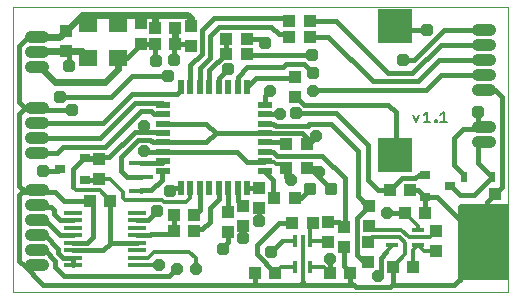
<source format=gtl>
G75*
%MOIN*%
%OFA0B0*%
%FSLAX25Y25*%
%IPPOS*%
%LPD*%
%AMOC8*
5,1,8,0,0,1.08239X$1,22.5*
%
%ADD10C,0.00394*%
%ADD11R,0.16000X0.25500*%
%ADD12C,0.00800*%
%ADD13R,0.04331X0.03937*%
%ADD14R,0.03937X0.04331*%
%ADD15R,0.06299X0.05512*%
%ADD16C,0.01181*%
%ADD17R,0.05000X0.02200*%
%ADD18R,0.02200X0.05000*%
%ADD19R,0.05906X0.01732*%
%ADD20R,0.11811X0.11811*%
%ADD21R,0.02480X0.03268*%
%ADD22R,0.03543X0.03150*%
%ADD23C,0.04000*%
%ADD24R,0.08268X0.01772*%
%ADD25R,0.01772X0.04331*%
%ADD26R,0.04331X0.01772*%
%ADD27C,0.02400*%
%ADD28C,0.01600*%
%ADD29OC8,0.03962*%
%ADD30R,0.04331X0.04331*%
%ADD31OC8,0.04331*%
%ADD32C,0.01200*%
%ADD33C,0.01575*%
D10*
X0006783Y0015144D02*
X0006783Y0110144D01*
X0171783Y0110144D01*
X0171783Y0015144D01*
X0006783Y0015144D01*
D11*
X0163783Y0031894D03*
D12*
X0151339Y0072044D02*
X0149246Y0072044D01*
X0150292Y0072044D02*
X0150292Y0075184D01*
X0149246Y0074137D01*
X0147956Y0072567D02*
X0147433Y0072567D01*
X0147433Y0072044D01*
X0147956Y0072044D01*
X0147956Y0072567D01*
X0145901Y0072044D02*
X0143808Y0072044D01*
X0144854Y0072044D02*
X0144854Y0075184D01*
X0143808Y0074137D01*
X0142276Y0074137D02*
X0141229Y0072044D01*
X0140183Y0074137D01*
D13*
X0104629Y0064644D03*
X0097936Y0064644D03*
X0097936Y0056644D03*
X0104629Y0056644D03*
X0088783Y0049991D03*
X0088783Y0043298D03*
X0083533Y0043991D03*
X0078283Y0041991D03*
X0083533Y0037298D03*
X0078283Y0035298D03*
X0111783Y0038491D03*
X0111783Y0031798D03*
X0125283Y0037298D03*
X0125283Y0043991D03*
X0137436Y0041644D03*
X0144129Y0041644D03*
X0147783Y0035491D03*
X0147783Y0028798D03*
X0119129Y0021644D03*
X0112436Y0021644D03*
X0039129Y0045644D03*
X0032436Y0045644D03*
X0035283Y0052798D03*
X0035283Y0059491D03*
X0077936Y0094644D03*
X0084629Y0094644D03*
X0100783Y0086991D03*
X0100783Y0080298D03*
D14*
X0098936Y0100144D03*
X0105629Y0100144D03*
X0105629Y0105644D03*
X0098936Y0105644D03*
X0084629Y0099644D03*
X0077936Y0099644D03*
X0066033Y0097298D03*
X0060879Y0097894D03*
X0054186Y0097894D03*
X0049283Y0098048D03*
X0054186Y0103144D03*
X0049283Y0104741D03*
X0060879Y0103144D03*
X0066033Y0103991D03*
X0024283Y0102241D03*
X0024283Y0095548D03*
X0093936Y0046644D03*
X0100629Y0046644D03*
X0099936Y0038144D03*
X0106629Y0038144D03*
X0117033Y0036991D03*
X0125033Y0031991D03*
X0117033Y0030298D03*
X0125033Y0025298D03*
X0133436Y0023644D03*
X0140129Y0023644D03*
X0139129Y0049144D03*
X0132436Y0049144D03*
X0094129Y0021644D03*
X0087436Y0021644D03*
X0067129Y0035394D03*
X0060436Y0035394D03*
X0060436Y0040894D03*
X0067129Y0040894D03*
D15*
X0041783Y0093382D03*
X0031783Y0093382D03*
X0031783Y0104406D03*
X0041783Y0104406D03*
D16*
X0043283Y0048644D02*
X0043283Y0046644D01*
X0044033Y0045894D01*
X0056283Y0045894D01*
X0057033Y0045144D01*
X0064533Y0045144D01*
X0065533Y0028644D02*
X0059283Y0028644D01*
X0065533Y0028644D02*
X0067783Y0026394D01*
X0067783Y0022894D01*
X0094129Y0021644D02*
X0096049Y0023563D01*
X0100724Y0023563D01*
X0105842Y0023563D02*
X0110517Y0023563D01*
X0112436Y0021644D01*
X0103283Y0018644D02*
X0103283Y0032225D01*
X0105842Y0032225D02*
X0105842Y0037357D01*
X0106629Y0038144D01*
X0105842Y0032225D02*
X0111356Y0032225D01*
X0111783Y0031798D01*
X0100724Y0032225D02*
X0096486Y0032225D01*
X0096425Y0032286D01*
X0125033Y0031991D02*
X0126436Y0033394D01*
X0133202Y0033394D01*
X0135783Y0033394D01*
X0137533Y0031644D01*
X0137533Y0027741D01*
X0133436Y0023644D01*
X0140129Y0023644D02*
X0140129Y0029101D01*
X0141863Y0030835D01*
X0143795Y0028904D01*
X0147676Y0028904D01*
X0145686Y0033394D02*
X0138783Y0033394D01*
X0136224Y0035953D01*
X0133202Y0035953D01*
X0126627Y0035953D01*
X0125283Y0037298D01*
X0133202Y0030835D02*
X0133202Y0030563D01*
X0131141Y0028502D01*
X0141863Y0035953D02*
X0141863Y0037217D01*
X0137436Y0041644D01*
X0145686Y0033394D02*
X0147783Y0035491D01*
X0111358Y0048266D02*
X0111358Y0051022D01*
X0114114Y0051022D01*
X0114114Y0048266D01*
X0111358Y0048266D01*
X0111358Y0049446D02*
X0114114Y0049446D01*
X0114114Y0050626D02*
X0111358Y0050626D01*
X0104452Y0051022D02*
X0104452Y0048266D01*
X0104452Y0051022D02*
X0107208Y0051022D01*
X0107208Y0048266D01*
X0104452Y0048266D01*
X0104452Y0049446D02*
X0107208Y0049446D01*
X0107208Y0050626D02*
X0104452Y0050626D01*
D17*
X0090683Y0055621D03*
X0090683Y0058770D03*
X0090683Y0061920D03*
X0090683Y0065069D03*
X0090683Y0068219D03*
X0090683Y0071369D03*
X0090683Y0074518D03*
X0090683Y0077668D03*
X0056883Y0077668D03*
X0056883Y0074518D03*
X0056883Y0071369D03*
X0056883Y0068219D03*
X0056883Y0065069D03*
X0056883Y0061920D03*
X0056883Y0058770D03*
X0056883Y0055621D03*
D18*
X0062759Y0049744D03*
X0065909Y0049744D03*
X0069058Y0049744D03*
X0072208Y0049744D03*
X0075358Y0049744D03*
X0078507Y0049744D03*
X0081657Y0049744D03*
X0084806Y0049744D03*
X0084806Y0083544D03*
X0081657Y0083544D03*
X0078507Y0083544D03*
X0075358Y0083544D03*
X0072208Y0083544D03*
X0069058Y0083544D03*
X0065909Y0083544D03*
X0062759Y0083544D03*
D19*
X0048123Y0041644D03*
X0048123Y0039144D03*
X0048123Y0036644D03*
X0048123Y0034144D03*
X0048123Y0031644D03*
X0048123Y0029144D03*
X0048123Y0026644D03*
X0048123Y0024144D03*
X0026942Y0024144D03*
X0026942Y0026644D03*
X0026942Y0029144D03*
X0026942Y0031644D03*
X0026942Y0034144D03*
X0026942Y0036644D03*
X0026942Y0039144D03*
X0026942Y0041644D03*
D20*
X0134033Y0060741D03*
X0134033Y0104048D03*
D21*
X0157255Y0053644D03*
X0166310Y0053644D03*
D22*
X0152363Y0050644D03*
X0144096Y0046904D03*
X0144096Y0054384D03*
X0030720Y0052404D03*
X0022452Y0056144D03*
X0030720Y0059884D03*
D23*
X0016783Y0061644D02*
X0012783Y0061644D01*
X0012783Y0066644D02*
X0016783Y0066644D01*
X0016783Y0071644D02*
X0012783Y0071644D01*
X0012783Y0076644D02*
X0016783Y0076644D01*
X0016783Y0090144D02*
X0012783Y0090144D01*
X0012783Y0095144D02*
X0016783Y0095144D01*
X0016783Y0100144D02*
X0012783Y0100144D01*
X0012783Y0049144D02*
X0016783Y0049144D01*
X0016783Y0044144D02*
X0012783Y0044144D01*
X0012783Y0039144D02*
X0016783Y0039144D01*
X0016783Y0034144D02*
X0012783Y0034144D01*
X0012783Y0029144D02*
X0016783Y0029144D01*
X0016783Y0024144D02*
X0012783Y0024144D01*
X0161783Y0065144D02*
X0165783Y0065144D01*
X0165783Y0070144D02*
X0161783Y0070144D01*
X0161783Y0082644D02*
X0165783Y0082644D01*
X0165783Y0087644D02*
X0161783Y0087644D01*
X0161783Y0092644D02*
X0165783Y0092644D01*
X0165783Y0097644D02*
X0161783Y0097644D01*
X0161783Y0102644D02*
X0165783Y0102644D01*
D24*
X0049283Y0058369D03*
X0049283Y0053644D03*
X0049283Y0048920D03*
D25*
X0100724Y0032225D03*
X0103283Y0032225D03*
X0105842Y0032225D03*
X0105842Y0023563D03*
X0100724Y0023563D03*
D26*
X0133202Y0030835D03*
X0133202Y0033394D03*
X0133202Y0035953D03*
X0141863Y0035953D03*
X0141863Y0030835D03*
D27*
X0041783Y0089644D02*
X0041783Y0093382D01*
X0041783Y0089644D02*
X0037283Y0085144D01*
X0020783Y0085144D01*
X0016783Y0089144D01*
X0016783Y0090144D01*
X0016783Y0095144D02*
X0017186Y0095548D01*
X0024283Y0095548D01*
X0029617Y0095548D01*
X0031783Y0093382D01*
X0024283Y0102241D02*
X0022186Y0100144D01*
X0016783Y0100144D01*
X0024283Y0102241D02*
X0029686Y0107644D01*
X0031783Y0107644D01*
X0031783Y0104406D01*
X0031783Y0107644D02*
X0041283Y0107644D01*
X0041783Y0107144D01*
X0041783Y0104406D01*
X0041283Y0107644D02*
X0049283Y0107644D01*
X0049283Y0104741D01*
X0049283Y0107644D02*
X0053783Y0107644D01*
X0054186Y0107241D01*
X0054186Y0103144D01*
X0053783Y0107644D02*
X0064783Y0107644D01*
X0066033Y0106394D01*
X0066033Y0103991D01*
X0060879Y0103144D02*
X0060879Y0097894D01*
D28*
X0060283Y0097298D01*
X0060283Y0092644D01*
X0054283Y0092144D02*
X0054186Y0092241D01*
X0054186Y0097894D01*
X0054033Y0098048D01*
X0049283Y0098048D01*
X0044617Y0093382D01*
X0041783Y0093382D01*
X0046283Y0087144D02*
X0039283Y0080144D01*
X0022283Y0080144D01*
X0017533Y0075894D02*
X0016783Y0076644D01*
X0010783Y0076644D01*
X0008783Y0078644D01*
X0008783Y0097144D01*
X0011783Y0100144D01*
X0016783Y0100144D01*
X0024283Y0095548D02*
X0025283Y0094048D01*
X0025283Y0090644D01*
X0046283Y0087144D02*
X0058283Y0087144D01*
X0062759Y0083544D02*
X0062759Y0082621D01*
X0061283Y0081144D01*
X0046283Y0081144D01*
X0036783Y0071644D01*
X0016783Y0071644D01*
X0017533Y0075894D02*
X0026283Y0075894D01*
X0010783Y0076644D02*
X0008783Y0074644D01*
X0008783Y0050644D01*
X0010283Y0049144D01*
X0016783Y0049144D01*
X0017283Y0048644D01*
X0020783Y0048644D01*
X0023783Y0045644D01*
X0032436Y0045644D01*
X0033283Y0044491D01*
X0033283Y0033644D01*
X0031283Y0031644D01*
X0026942Y0031644D01*
X0026942Y0029144D02*
X0036783Y0029144D01*
X0039283Y0031644D01*
X0039129Y0031798D01*
X0039129Y0045644D01*
X0049283Y0048920D02*
X0049507Y0049144D01*
X0052783Y0049144D01*
X0056283Y0052644D01*
X0056283Y0055021D01*
X0056883Y0055621D01*
X0056481Y0058369D02*
X0056883Y0058770D01*
X0056784Y0058869D01*
X0056481Y0058369D02*
X0049283Y0058369D01*
X0050507Y0061920D02*
X0050283Y0062144D01*
X0050507Y0061920D02*
X0056883Y0061920D01*
X0081507Y0061920D01*
X0084783Y0058644D01*
X0090557Y0058644D01*
X0090683Y0058770D01*
X0090683Y0055621D02*
X0090683Y0055244D01*
X0093283Y0052644D01*
X0093283Y0047298D01*
X0093936Y0046644D01*
X0088783Y0049991D02*
X0088536Y0049744D01*
X0084806Y0049744D01*
X0081657Y0049744D02*
X0081657Y0045617D01*
X0083533Y0043991D01*
X0078507Y0042215D02*
X0078283Y0041991D01*
X0078507Y0042215D02*
X0078507Y0049744D01*
X0075358Y0049744D02*
X0075358Y0046219D01*
X0072283Y0043144D01*
X0072283Y0038644D01*
X0069783Y0036144D01*
X0067629Y0036144D01*
X0067129Y0035394D01*
X0060436Y0035394D02*
X0060436Y0040894D01*
X0067129Y0040894D02*
X0069058Y0042573D01*
X0069058Y0049744D01*
X0065909Y0049744D02*
X0065783Y0049618D01*
X0062759Y0049744D02*
X0059883Y0049744D01*
X0059033Y0048894D01*
X0049283Y0053644D02*
X0044783Y0053644D01*
X0042783Y0055644D01*
X0042783Y0060144D01*
X0048283Y0065894D01*
X0052533Y0065894D01*
X0053358Y0065069D01*
X0056883Y0065069D01*
X0071208Y0065069D01*
X0074283Y0068144D01*
X0090608Y0068144D01*
X0090683Y0068219D01*
X0103208Y0068219D01*
X0104783Y0066644D01*
X0104783Y0064798D01*
X0104629Y0064644D01*
X0105283Y0064644D01*
X0107783Y0067144D01*
X0100283Y0070644D02*
X0094283Y0070644D01*
X0093558Y0071369D01*
X0090683Y0071369D01*
X0090683Y0074518D02*
X0095657Y0074518D01*
X0095783Y0074644D01*
X0101033Y0074894D02*
X0114283Y0074894D01*
X0125033Y0064144D01*
X0125033Y0052644D01*
X0128533Y0049144D01*
X0132436Y0049144D01*
X0136436Y0053144D01*
X0140783Y0053144D01*
X0142023Y0054384D01*
X0144096Y0054384D01*
X0141856Y0049144D02*
X0139129Y0049144D01*
X0141856Y0049144D02*
X0144096Y0046904D01*
X0144129Y0046871D01*
X0144129Y0041644D01*
X0137436Y0041644D02*
X0131283Y0041644D01*
X0125283Y0043991D02*
X0124936Y0043991D01*
X0121783Y0047144D01*
X0121783Y0062144D01*
X0112783Y0071144D01*
X0103783Y0077644D02*
X0131783Y0077644D01*
X0134283Y0075144D01*
X0134283Y0060991D01*
X0134033Y0060741D01*
X0117283Y0053144D02*
X0109783Y0060644D01*
X0094783Y0060644D01*
X0093507Y0061920D01*
X0090683Y0061920D01*
X0090683Y0065069D02*
X0095862Y0065069D01*
X0097936Y0064644D01*
X0097936Y0056644D02*
X0097936Y0053491D01*
X0099283Y0052644D01*
X0104629Y0056644D02*
X0107283Y0056644D01*
X0108783Y0055144D01*
X0105736Y0056644D02*
X0112736Y0049644D01*
X0117283Y0053144D02*
X0117283Y0037241D01*
X0117033Y0036991D01*
X0115533Y0038491D01*
X0111783Y0038491D01*
X0121283Y0039991D02*
X0125283Y0043991D01*
X0121283Y0039991D02*
X0121283Y0027644D01*
X0123629Y0025298D01*
X0125033Y0025298D01*
X0129283Y0026644D02*
X0129283Y0021644D01*
X0128533Y0020644D01*
X0132340Y0016894D02*
X0121033Y0016894D01*
X0120283Y0017644D01*
X0120033Y0017644D01*
X0119129Y0018298D01*
X0119129Y0021644D01*
X0117033Y0023741D01*
X0117033Y0030298D01*
X0111783Y0031798D02*
X0111295Y0032286D01*
X0112283Y0026144D02*
X0112436Y0025991D01*
X0112436Y0021644D01*
X0112078Y0022002D01*
X0120033Y0017644D02*
X0102283Y0017644D01*
X0103283Y0018644D01*
X0102283Y0017644D02*
X0087283Y0017644D01*
X0087436Y0017798D01*
X0087436Y0021644D01*
X0087283Y0017644D02*
X0016783Y0017644D01*
X0010283Y0024144D01*
X0008783Y0025644D01*
X0008783Y0047644D01*
X0009783Y0048644D01*
X0016283Y0048644D01*
X0016783Y0049144D01*
X0016783Y0044144D02*
X0017283Y0043644D01*
X0019283Y0043644D01*
X0020283Y0042644D01*
X0020283Y0041144D01*
X0022283Y0039144D01*
X0026942Y0039144D01*
X0026942Y0034144D02*
X0022283Y0034144D01*
X0018283Y0038144D01*
X0017783Y0038144D01*
X0016783Y0039144D01*
X0016783Y0034144D02*
X0017283Y0034144D01*
X0021783Y0029644D01*
X0021783Y0028144D01*
X0023283Y0026644D01*
X0026942Y0026644D01*
X0026942Y0024144D01*
X0023783Y0020394D02*
X0056783Y0020394D01*
X0048123Y0031644D02*
X0039283Y0031644D01*
X0048123Y0034144D02*
X0052283Y0034144D01*
X0052783Y0034644D01*
X0059436Y0034644D01*
X0060436Y0035394D01*
X0035283Y0052798D02*
X0034889Y0052404D01*
X0030720Y0052404D01*
X0026783Y0050144D02*
X0026783Y0056144D01*
X0030129Y0059491D01*
X0035283Y0059491D01*
X0035936Y0060144D01*
X0038783Y0060144D01*
X0047283Y0068644D01*
X0050283Y0068644D01*
X0050283Y0070644D01*
X0050283Y0068644D02*
X0056458Y0068644D01*
X0056883Y0068219D01*
X0056883Y0071369D02*
X0071058Y0071369D01*
X0074283Y0068144D01*
X0056883Y0074518D02*
X0053909Y0074518D01*
X0052783Y0075644D01*
X0049283Y0075644D01*
X0037283Y0063644D01*
X0023283Y0063644D01*
X0021283Y0061644D01*
X0016783Y0061644D01*
X0016783Y0066644D02*
X0035783Y0066644D01*
X0047283Y0078144D01*
X0056406Y0078144D01*
X0056883Y0077668D01*
X0065909Y0083544D02*
X0065909Y0090770D01*
X0069783Y0094644D01*
X0069783Y0102644D01*
X0073783Y0106644D01*
X0097936Y0106644D01*
X0098936Y0105644D01*
X0095283Y0101144D02*
X0092783Y0103644D01*
X0075283Y0103644D01*
X0072283Y0100644D01*
X0072283Y0093144D01*
X0069058Y0089920D01*
X0069058Y0083544D01*
X0072208Y0083544D02*
X0072208Y0089069D01*
X0077783Y0094644D01*
X0077936Y0094644D01*
X0077783Y0094644D02*
X0077936Y0094798D01*
X0077936Y0099644D01*
X0084629Y0099644D02*
X0089283Y0099644D01*
X0090783Y0098144D01*
X0095283Y0101144D02*
X0098436Y0101144D01*
X0098936Y0100144D01*
X0105629Y0100144D02*
X0111783Y0100144D01*
X0126783Y0085644D01*
X0141783Y0085644D01*
X0148783Y0092644D01*
X0161783Y0092644D01*
X0161783Y0087644D02*
X0149283Y0087644D01*
X0144283Y0082644D01*
X0107283Y0082644D01*
X0106783Y0082144D01*
X0103783Y0077644D02*
X0101129Y0080298D01*
X0100783Y0080298D01*
X0092283Y0082144D02*
X0090683Y0080544D01*
X0090683Y0077668D01*
X0084806Y0083544D02*
X0087906Y0086644D01*
X0100436Y0086644D01*
X0100783Y0086991D01*
X0096783Y0090144D02*
X0097783Y0091144D01*
X0103783Y0091144D01*
X0106783Y0088144D01*
X0106283Y0094144D02*
X0085129Y0094144D01*
X0084629Y0094644D01*
X0084783Y0090144D02*
X0096783Y0090144D01*
X0084783Y0090144D02*
X0081657Y0087018D01*
X0081657Y0083544D01*
X0075358Y0083544D02*
X0075358Y0086719D01*
X0078283Y0089644D01*
X0066033Y0097298D02*
X0065436Y0097894D01*
X0060879Y0097894D01*
X0105629Y0105644D02*
X0114283Y0105644D01*
X0131783Y0088144D01*
X0139783Y0088144D01*
X0149283Y0097644D01*
X0161783Y0097644D01*
X0161783Y0102644D02*
X0150283Y0102644D01*
X0140283Y0092644D01*
X0136783Y0092644D01*
X0135436Y0102644D02*
X0134033Y0104048D01*
X0135436Y0102644D02*
X0144783Y0102644D01*
X0161783Y0082644D02*
X0167283Y0082644D01*
X0169783Y0080144D01*
X0169783Y0050144D01*
X0167533Y0047894D01*
X0164783Y0045144D01*
X0164783Y0043144D01*
X0161283Y0043144D01*
X0155783Y0037644D01*
X0155783Y0039144D01*
X0148023Y0046904D01*
X0144096Y0046904D01*
X0152363Y0050644D02*
X0152783Y0050644D01*
X0155783Y0047644D01*
X0160310Y0047644D01*
X0166310Y0053644D01*
X0161783Y0058172D01*
X0161783Y0065144D01*
X0161283Y0069644D02*
X0156783Y0069644D01*
X0153783Y0066644D01*
X0153783Y0057644D01*
X0157255Y0054172D01*
X0157255Y0053644D01*
X0155783Y0043644D02*
X0155783Y0039144D01*
X0155783Y0037644D02*
X0155783Y0019644D01*
X0155783Y0019144D01*
X0155783Y0019644D02*
X0153783Y0017644D01*
X0134033Y0017644D01*
X0133436Y0017991D01*
X0132340Y0016894D01*
X0133436Y0017991D02*
X0133436Y0023644D01*
X0133436Y0024298D01*
X0129283Y0026644D02*
X0131141Y0028502D01*
X0126196Y0036384D02*
X0125283Y0037298D01*
X0105830Y0049644D02*
X0102830Y0046644D01*
X0100629Y0046644D01*
X0104629Y0056644D02*
X0105736Y0056644D01*
X0147676Y0028904D02*
X0147783Y0028798D01*
X0094487Y0022002D02*
X0094129Y0021644D01*
X0035283Y0059491D02*
X0034889Y0059884D01*
X0030720Y0059884D01*
X0022452Y0056144D02*
X0021702Y0055394D01*
X0016783Y0055394D01*
X0016783Y0029144D02*
X0017283Y0029144D01*
X0020783Y0025644D01*
X0020783Y0023644D01*
X0023783Y0020394D01*
X0016783Y0024144D02*
X0010283Y0024144D01*
X0161283Y0069644D02*
X0161783Y0070144D01*
X0161783Y0075144D01*
D29*
X0108783Y0055144D03*
X0099283Y0052644D03*
X0107783Y0067144D03*
X0095783Y0074644D03*
X0092283Y0082144D03*
X0106783Y0082144D03*
X0050283Y0070644D03*
X0050283Y0062144D03*
X0112283Y0026144D03*
X0128533Y0020644D03*
X0131283Y0041644D03*
X0067783Y0022894D03*
X0061283Y0022894D03*
X0055283Y0024144D03*
D30*
X0167533Y0047894D03*
D31*
X0161783Y0075144D03*
X0136783Y0092644D03*
X0144783Y0102644D03*
X0106283Y0094144D03*
X0106783Y0088144D03*
X0090783Y0098144D03*
X0078283Y0089644D03*
X0060283Y0092644D03*
X0054283Y0092144D03*
X0058283Y0087144D03*
X0025283Y0090644D03*
X0022283Y0080144D03*
X0026283Y0075894D03*
X0016783Y0055394D03*
X0054783Y0042144D03*
X0059033Y0048894D03*
X0083533Y0033144D03*
X0076783Y0029644D03*
X0088783Y0038894D03*
X0092783Y0028644D03*
X0101033Y0074894D03*
D32*
X0093783Y0058394D02*
X0091059Y0058394D01*
X0090683Y0058770D01*
X0093783Y0058394D02*
X0094283Y0057894D01*
X0096283Y0057894D01*
X0097533Y0056644D01*
X0097936Y0056644D01*
X0065783Y0049618D02*
X0065783Y0046394D01*
X0064533Y0045144D01*
X0043283Y0048644D02*
X0039129Y0052798D01*
X0035283Y0052798D01*
X0035629Y0049144D02*
X0027783Y0049144D01*
X0026783Y0050144D01*
X0035629Y0049144D02*
X0039129Y0045644D01*
X0053783Y0028644D02*
X0059283Y0028644D01*
X0053783Y0028644D02*
X0051783Y0026644D01*
X0048123Y0026644D01*
X0048123Y0024144D02*
X0055283Y0024144D01*
D33*
X0055033Y0023894D01*
X0054033Y0023894D01*
X0056783Y0020394D02*
X0058783Y0020394D01*
X0061283Y0022894D01*
X0076783Y0029644D02*
X0078283Y0031894D01*
X0078283Y0035298D01*
X0083533Y0037298D02*
X0083533Y0033144D01*
X0088033Y0030894D02*
X0088033Y0027741D01*
X0094129Y0021644D01*
X0092783Y0028644D02*
X0096425Y0032286D01*
X0095283Y0038144D02*
X0088033Y0030894D01*
X0095283Y0038144D02*
X0099936Y0038144D01*
X0088783Y0038894D02*
X0088783Y0043298D01*
X0054783Y0042144D02*
X0051783Y0039144D01*
X0048123Y0039144D01*
X0100283Y0070644D02*
X0105033Y0070644D01*
X0105533Y0071144D01*
X0112783Y0071144D01*
M02*

</source>
